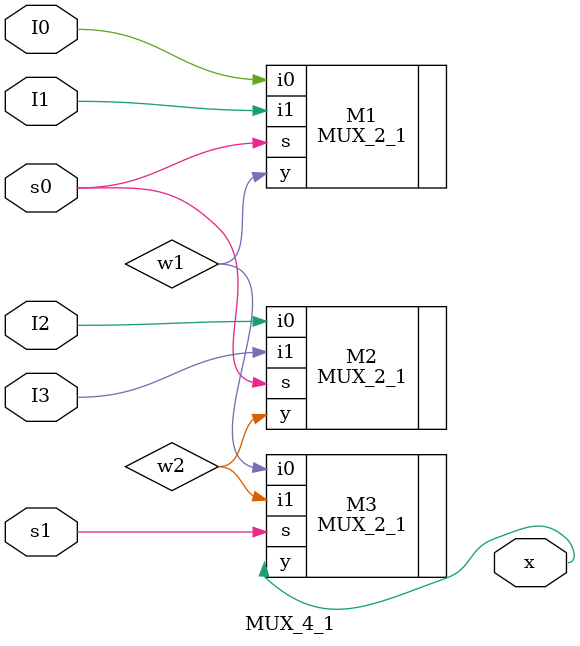
<source format=v>
module MUX_4_1(input I0,I1,I2,I3,s0,s1 ,output x);
wire w1,w2;

MUX_2_1 M1(.i0(I0),.i1(I1),.s(s0),.y(w1));
MUX_2_1 M2(.i0(I2),.i1(I3),.s(s0),.y(w2));
MUX_2_1 M3(.i0(w1),.i1(w2),.s(s1),.y(x));

endmodule

</source>
